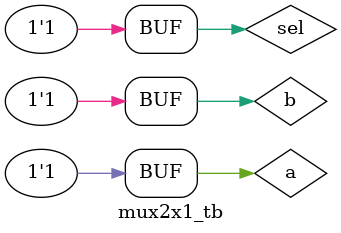
<source format=v>
module mux2x1(a,b,sel,out);
input a,b,sel;
output reg out;
always @(a,b,sel) begin
if (sel==1)
out=b;
else
out=a;
end
endmodule 

module mux2x1_tb;
wire out;
reg sel,a,b;
mux2x1 mux1(a,b,sel,out);
initial begin
sel=0;
#20 sel=1;
#20 sel=0;
#25 sel=0;
#35 sel=1;
end
initial begin
a=0;b=0;
#20 a=0;b=1;
#25 a=1;b=0;
#35 a=1;b=1;
end
endmodule

</source>
